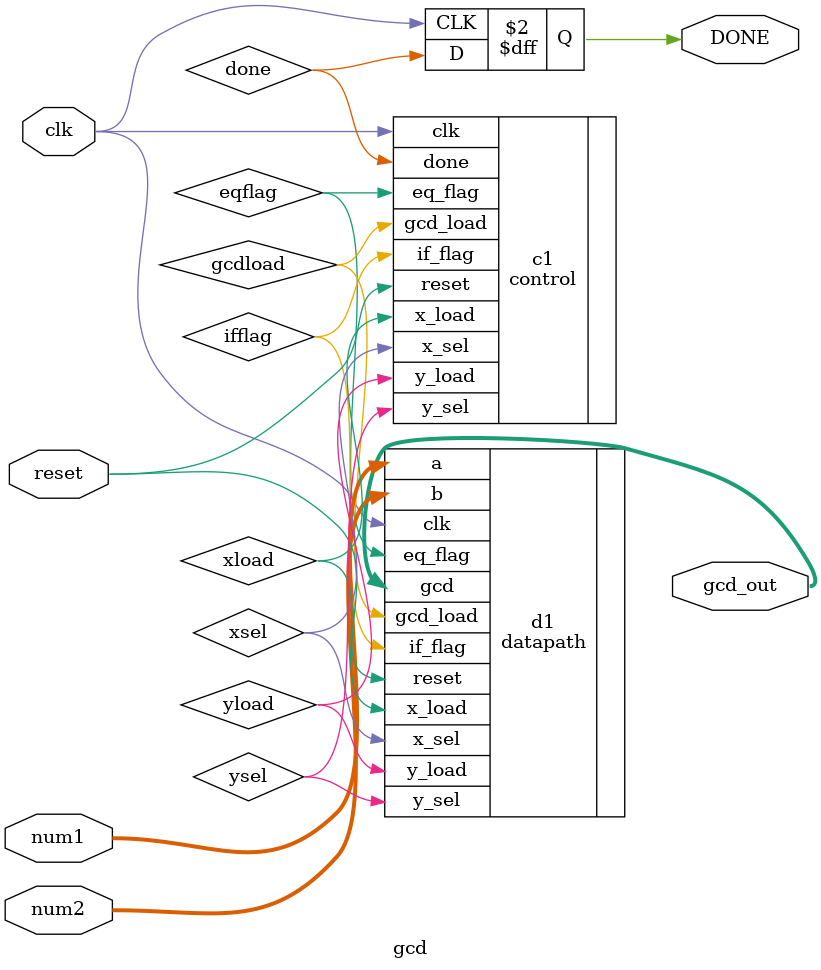
<source format=v>
`timescale 1ns / 1ps

module gcd(
    input [31:0] num1, num2,
    output [31:0] gcd_out,
	output reg DONE,
	input clk, reset
    );

	wire xsel, ysel, xload, yload, gcdload, eqflag, ifflag;
	wire done;
	 
	 datapath d1( .clk(clk), .reset(reset), .x_sel(xsel), .y_sel(ysel), .x_load(xload),
	 .y_load(yload), .gcd_load(gcdload),
	 .a(num1), .b(num2), .eq_flag(eqflag), .if_flag(ifflag),
    .gcd(gcd_out));

	 control c1( .clk(clk),
    .reset(reset),
    .eq_flag(eqflag),
    .if_flag(ifflag),
	.done(done),
    .x_load(xload),
    .y_load(yload),
    .x_sel(xsel),
    .y_sel(ysel),
    .gcd_load(gcdload));
	 
	always @(posedge clk) begin
		DONE <= done;
	end
endmodule

</source>
